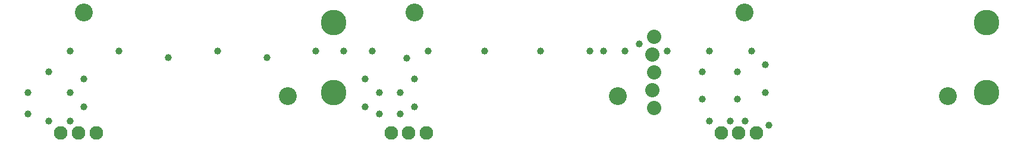
<source format=gbs>
G75*
%MOIN*%
%OFA0B0*%
%FSLAX24Y24*%
%IPPOS*%
%LPD*%
%AMOC8*
5,1,8,0,0,1.08239X$1,22.5*
%
%ADD10C,0.1438*%
%ADD11C,0.0769*%
%ADD12C,0.1005*%
%ADD13C,0.0800*%
%ADD14C,0.0397*%
D10*
X020037Y003330D03*
X020037Y007267D03*
X056652Y007267D03*
X056652Y003330D03*
D11*
X004762Y001086D03*
X005746Y001086D03*
X006730Y001086D03*
X023266Y001086D03*
X024250Y001086D03*
X025234Y001086D03*
X041770Y001086D03*
X042754Y001086D03*
X043738Y001086D03*
D12*
X035982Y003133D03*
X017478Y003133D03*
X024565Y007857D03*
X006061Y007857D03*
X043069Y007857D03*
X054486Y003133D03*
D13*
X038001Y002479D03*
X037901Y003479D03*
X038001Y004479D03*
X037901Y005479D03*
X038001Y006479D03*
D14*
X037163Y006086D03*
X036376Y005692D03*
X035195Y005692D03*
X034407Y005692D03*
X031652Y005692D03*
X028502Y005692D03*
X025352Y005692D03*
X024140Y005267D03*
X022203Y005692D03*
X020628Y005692D03*
X019053Y005692D03*
X016297Y005298D03*
X013541Y005692D03*
X010785Y005298D03*
X008029Y005692D03*
X005274Y005692D03*
X004092Y004511D03*
X006061Y004117D03*
X005274Y003330D03*
X002911Y003330D03*
X006061Y002542D03*
X002911Y002149D03*
X004092Y001755D03*
X005274Y001755D03*
X021809Y002542D03*
X022596Y002149D03*
X023777Y002149D03*
X024565Y002542D03*
X023777Y003330D03*
X022596Y003330D03*
X021809Y004117D03*
X024565Y004117D03*
X038738Y005692D03*
X041100Y005692D03*
X043463Y005692D03*
X044250Y004904D03*
X042675Y004511D03*
X040707Y004511D03*
X044250Y003330D03*
X042675Y002975D03*
X040707Y002975D03*
X041100Y001755D03*
X042281Y001755D03*
X043108Y001755D03*
X044447Y001519D03*
M02*

</source>
